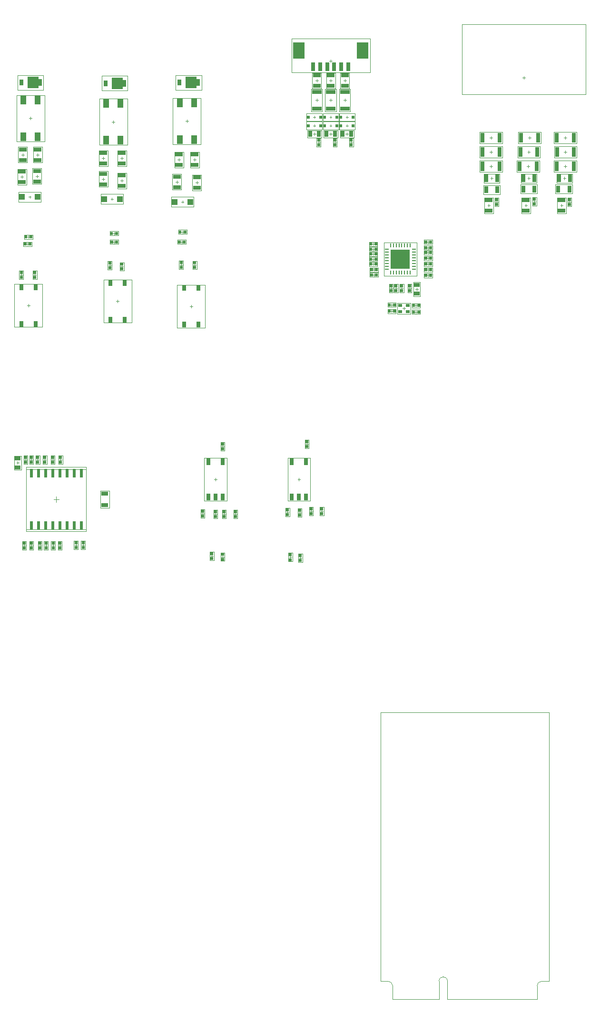
<source format=gtp>
G04*
G04 #@! TF.GenerationSoftware,Altium Limited,Altium Designer,24.7.2 (38)*
G04*
G04 Layer_Color=8421504*
%FSLAX25Y25*%
%MOIN*%
G70*
G04*
G04 #@! TF.SameCoordinates,E69E1CB2-A86E-4577-BA8A-D7129F9CB9E7*
G04*
G04*
G04 #@! TF.FilePolarity,Positive*
G04*
G01*
G75*
%ADD11C,0.00394*%
%ADD12C,0.00197*%
%ADD14C,0.00039*%
%ADD15C,0.00079*%
%ADD16R,0.05512X0.02756*%
%ADD17R,0.07087X0.03150*%
%ADD18R,0.01968X0.01968*%
%ADD19R,0.02756X0.03937*%
%ADD20R,0.02047X0.01850*%
%ADD21R,0.02756X0.05512*%
%ADD22R,0.02953X0.04724*%
%ADD23R,0.03150X0.07087*%
%ADD24R,0.01850X0.02047*%
%ADD25R,0.01968X0.02362*%
%ADD26R,0.03150X0.03937*%
%ADD27R,0.03937X0.05906*%
%ADD28R,0.03937X0.03937*%
%ADD29R,0.03000X0.03937*%
%ADD30R,0.03937X0.02756*%
%ADD31R,0.02362X0.06299*%
%ADD32R,0.04724X0.02953*%
%ADD33R,0.02756X0.00984*%
%ADD34R,0.00984X0.02756*%
%ADD35R,0.13583X0.13583*%
%ADD36R,0.02756X0.02362*%
%ADD37R,0.02362X0.01968*%
%ADD38R,0.03150X0.04724*%
%ADD39R,0.07874X0.11811*%
%ADD40R,0.02953X0.05906*%
G36*
X-291265Y632496D02*
X-283588D01*
Y630862D01*
X-281088D01*
Y630272D01*
Y626138D01*
X-283588D01*
Y624504D01*
X-291265D01*
Y632496D01*
D02*
G37*
G36*
X-232265Y631996D02*
X-224588D01*
Y630362D01*
X-222088D01*
Y629772D01*
Y625638D01*
X-224588D01*
Y624004D01*
X-232265D01*
Y631996D01*
D02*
G37*
G36*
X-180515Y632496D02*
X-172838D01*
Y630862D01*
X-170338D01*
Y630272D01*
Y626138D01*
X-172838D01*
Y624504D01*
X-180515D01*
Y632496D01*
D02*
G37*
D11*
X-292000Y359500D02*
X-250000D01*
Y314500D02*
Y359500D01*
X-292000Y314500D02*
X-250000D01*
X-292000D02*
Y359500D01*
X68898Y-197D02*
G03*
X65748Y-3347I0J-3150D01*
G01*
X-35433D02*
G03*
X-38583Y-197I-3150J0D01*
G01*
X2953Y0D02*
G03*
X-2953Y0I-2953J0D01*
G01*
X-43898Y187795D02*
X74213D01*
X-35433Y-12795D02*
Y-3347D01*
X74213Y-197D02*
Y187795D01*
X-2953Y-12795D02*
Y0D01*
X65748Y-12795D02*
Y-3347D01*
X2953Y-12795D02*
Y0D01*
X-35433Y-12795D02*
X-2953D01*
X2953D02*
X65748D01*
X68898Y-197D02*
X74213D01*
X-43898D02*
X-38583D01*
X-43898D02*
Y187795D01*
D12*
X28095Y550350D02*
X39906D01*
Y556650D01*
X28095Y550350D02*
Y556650D01*
X39906D01*
X54094Y550850D02*
X65905D01*
Y557150D01*
X54094Y550850D02*
Y557150D01*
X65905D01*
X78594Y550850D02*
X90405D01*
Y557150D01*
X78594Y550850D02*
Y557150D01*
X90405D01*
X-292000Y316000D02*
Y358000D01*
Y316000D02*
X-250000D01*
Y358000D01*
X-292000D02*
X-250000D01*
X-271000Y335032D02*
Y338968D01*
X-272969Y337000D02*
X-269032D01*
X-240150Y331095D02*
Y342905D01*
Y331095D02*
X-233850D01*
X-240150Y342905D02*
X-233850D01*
Y331095D02*
Y342905D01*
X-41600Y493400D02*
Y516600D01*
X-18400Y493400D02*
Y516600D01*
X-41600D02*
X-18400D01*
X-41600Y493400D02*
X-18400D01*
X39906Y550350D02*
Y556650D01*
X28095D02*
X39906D01*
X28095Y550350D02*
Y556650D01*
Y550350D02*
X39906D01*
X65905Y550850D02*
Y557150D01*
X54094D02*
X65905D01*
X54094Y550850D02*
Y557150D01*
Y550850D02*
X65905D01*
X90405D02*
Y557150D01*
X78594D02*
X90405D01*
X78594Y550850D02*
Y557150D01*
Y550850D02*
X90405D01*
X-240150Y331095D02*
X-233850D01*
Y342905D01*
X-240150D02*
X-233850D01*
X-240150Y331095D02*
Y342905D01*
X-18400Y493400D02*
Y516600D01*
X-41600Y493400D02*
X-18400D01*
X-41600D02*
Y516600D01*
X-18400D01*
X-31181Y505000D02*
X-28819D01*
X-30000Y503819D02*
Y506181D01*
D14*
X-91791Y624409D02*
X-85492D01*
Y635433D01*
X-91791Y624409D02*
Y635433D01*
X-85492D01*
X-72106Y624409D02*
X-65807D01*
Y635433D01*
X-72106Y624409D02*
Y635433D01*
X-65807D01*
X-92579Y608268D02*
Y624016D01*
Y608268D02*
X-84705D01*
X-92579Y624016D02*
X-84705D01*
Y608268D02*
Y624016D01*
X-72894Y608268D02*
Y624016D01*
Y608268D02*
X-65020D01*
X-72894Y624016D02*
X-65020D01*
Y608268D02*
Y624016D01*
X-82736Y608268D02*
Y624016D01*
Y608268D02*
X-74862D01*
X-82736Y624016D02*
X-74862D01*
Y608268D02*
Y624016D01*
X-81949Y624409D02*
X-75650D01*
Y635433D01*
X-81949Y624409D02*
Y635433D01*
X-75650D01*
X-84311Y607087D02*
X-84311Y601575D01*
X-84311Y607087D02*
X-73287Y607087D01*
X-84311Y601575D02*
X-73287Y601575D01*
Y607087D02*
X-73287Y601575D01*
X-73287Y601181D02*
X-73287Y595669D01*
X-84311D02*
X-73287Y595669D01*
X-84311Y601181D02*
X-73287Y601181D01*
X-84311Y601181D02*
X-84311Y595669D01*
X-73878Y590059D02*
Y594980D01*
X-83720D02*
X-73878D01*
X-83720Y590059D02*
X-73878D01*
X-83720D02*
Y594980D01*
X-77323Y583661D02*
X-74370D01*
Y589567D01*
X-77323Y583661D02*
Y589567D01*
X-74370D01*
X28488Y558350D02*
Y564650D01*
Y558350D02*
X39512D01*
X28488Y564650D02*
X39512D01*
Y558350D02*
Y564650D01*
X28850Y536988D02*
X35150D01*
Y548012D01*
X28850Y536988D02*
Y548012D01*
X35150D01*
X25626Y566063D02*
X41374D01*
Y573937D01*
X25626Y566063D02*
Y573937D01*
X41374D01*
X25626Y583937D02*
X41374D01*
X25626Y576063D02*
Y583937D01*
X41374Y576063D02*
Y583937D01*
X25626Y576063D02*
X41374D01*
X25626Y586063D02*
X41374D01*
Y593937D01*
X25626Y586063D02*
Y593937D01*
X41374D01*
X54850Y536988D02*
X61150D01*
Y548012D01*
X54850Y536988D02*
Y548012D01*
X61150D01*
X51626Y566063D02*
X67374D01*
Y573937D01*
X51626Y566063D02*
Y573937D01*
X67374D01*
X52126Y583937D02*
X67874D01*
X52126Y576063D02*
Y583937D01*
X67874Y576063D02*
Y583937D01*
X52126Y576063D02*
X67874D01*
X52626Y586063D02*
X68374D01*
Y593937D01*
X52626Y586063D02*
Y593937D01*
X68374D01*
X79850Y536988D02*
X86150D01*
Y548012D01*
X79850Y536988D02*
Y548012D01*
X86150D01*
X77626Y566063D02*
X93374D01*
Y573937D01*
X77626Y566063D02*
Y573937D01*
X93374D01*
X77720Y583937D02*
X93468D01*
X77720Y576063D02*
Y583937D01*
X93468Y576063D02*
Y583937D01*
X77720Y576063D02*
X93468D01*
X77626Y586063D02*
X93374D01*
Y593937D01*
X77626Y586063D02*
Y593937D01*
X93374D01*
X54488Y558350D02*
Y564650D01*
Y558350D02*
X65512D01*
X54488Y564650D02*
X65512D01*
Y558350D02*
Y564650D01*
X79488Y558350D02*
Y564650D01*
Y558350D02*
X90512D01*
X79488Y564650D02*
X90512D01*
Y558350D02*
Y564650D01*
X-180147Y515524D02*
Y518476D01*
X-186053D02*
X-180147D01*
X-186053Y515524D02*
X-180147D01*
X-186053D02*
Y518476D01*
X-175576Y497854D02*
X-172624D01*
Y503760D01*
X-175576Y497854D02*
Y503760D01*
X-172624D01*
X-185553Y525476D02*
X-179647D01*
X-185553Y522524D02*
X-179647D01*
Y525476D01*
X-185553Y522524D02*
Y525476D01*
X-186442Y457039D02*
X-166758D01*
X-186442Y486961D02*
X-166758D01*
X-186442Y457039D02*
Y486961D01*
X-166758Y457039D02*
Y486961D01*
X-189750Y553488D02*
X-183450D01*
Y564512D01*
X-189750Y553488D02*
Y564512D01*
X-183450D01*
X-188250Y568988D02*
X-181950D01*
Y580012D01*
X-188250Y568988D02*
Y580012D01*
X-181950D01*
X-189443Y585358D02*
X-169757D01*
X-189443Y617642D02*
X-169757D01*
X-189443Y585358D02*
Y617642D01*
X-169757Y585358D02*
Y617642D01*
X-190474Y548543D02*
X-174726Y548543D01*
X-190474Y548543D02*
X-190474Y541457D01*
X-174726Y548543D02*
X-174726Y541457D01*
X-190474Y541457D02*
X-174726Y541457D01*
X-187405Y623382D02*
Y633618D01*
X-169295Y623382D02*
Y633618D01*
X-187405Y623382D02*
X-169295D01*
X-187405Y633618D02*
X-169295D01*
X-175750Y552988D02*
X-169450D01*
Y564012D01*
X-175750Y552988D02*
Y564012D01*
X-169450D01*
X-177250Y568988D02*
X-170950D01*
Y580012D01*
X-177250Y568988D02*
Y580012D01*
X-170950D01*
X-227647Y515524D02*
Y518476D01*
X-233553D02*
X-227647D01*
X-233553Y515524D02*
X-227647D01*
X-233553D02*
Y518476D01*
X-226576Y496854D02*
X-223624D01*
Y502760D01*
X-226576Y496854D02*
Y502760D01*
X-223624D01*
X-233553Y524476D02*
X-227647D01*
X-233553Y521524D02*
X-227647D01*
Y524476D01*
X-233553Y521524D02*
Y524476D01*
X-237943Y460539D02*
X-218257D01*
X-237943Y490461D02*
X-218257D01*
X-237943Y460539D02*
Y490461D01*
X-218257Y460539D02*
Y490461D01*
X-241250Y555488D02*
X-234950D01*
Y566512D01*
X-241250Y555488D02*
Y566512D01*
X-234950D01*
X-241250Y569988D02*
X-234950D01*
Y581012D01*
X-241250Y569988D02*
Y581012D01*
X-234950D01*
X-240943Y584858D02*
X-221257D01*
X-240943Y617142D02*
X-221257D01*
X-240943Y584858D02*
Y617142D01*
X-221257Y584858D02*
Y617142D01*
X-239974Y550543D02*
X-224226Y550543D01*
X-239974Y550543D02*
X-239974Y543457D01*
X-224226Y550543D02*
X-224226Y543457D01*
X-239974Y543457D02*
X-224226Y543457D01*
X-239155Y622882D02*
Y633118D01*
X-221045Y622882D02*
Y633118D01*
X-239155Y622882D02*
X-221045D01*
X-239155Y633118D02*
X-221045D01*
X-228250Y554307D02*
X-221950D01*
Y565331D01*
X-228250Y554307D02*
Y565331D01*
X-221950D01*
X-228250Y569988D02*
X-221950D01*
Y581012D01*
X-228250Y569988D02*
Y581012D01*
X-221950D01*
X-285476Y367453D02*
X-282524D01*
X-285476Y361547D02*
Y367453D01*
X-282524Y361547D02*
Y367453D01*
X-285476Y361547D02*
X-282524D01*
X-269476Y367453D02*
X-266524D01*
X-269476Y361547D02*
Y367453D01*
X-266524Y361547D02*
Y367453D01*
X-269476Y361547D02*
X-266524D01*
X-269976Y301547D02*
X-267024D01*
Y307453D01*
X-269976Y301547D02*
Y307453D01*
X-267024D01*
X-283976Y301547D02*
X-281024D01*
Y307453D01*
X-283976Y301547D02*
Y307453D01*
X-281024D01*
X-300461Y357579D02*
X-295539D01*
Y367421D01*
X-300461Y357579D02*
Y367421D01*
X-295539D01*
X-274976Y367453D02*
X-272024D01*
X-274976Y361547D02*
Y367453D01*
X-272024Y361547D02*
Y367453D01*
X-274976Y361547D02*
X-272024D01*
X-274787Y307488D02*
X-271835D01*
X-274787Y301583D02*
Y307488D01*
X-271835Y301583D02*
Y307488D01*
X-274787Y301583D02*
X-271835D01*
X-280476Y367453D02*
X-277524D01*
X-280476Y361547D02*
Y367453D01*
X-277524Y361547D02*
Y367453D01*
X-280476Y361547D02*
X-277524D01*
X-279787Y307488D02*
X-276835D01*
X-279787Y301583D02*
Y307488D01*
X-276835Y301583D02*
Y307488D01*
X-279787Y301583D02*
X-276835D01*
X-258787Y302083D02*
X-255835D01*
Y307988D01*
X-258787Y302083D02*
Y307988D01*
X-255835D01*
X-288147Y514024D02*
Y516976D01*
X-294053D02*
X-288147D01*
X-294053Y514024D02*
X-288147D01*
X-294053D02*
Y516976D01*
X-287576Y491047D02*
X-284624D01*
Y496953D01*
X-287576Y491047D02*
Y496953D01*
X-284624D01*
X-293553Y519024D02*
X-287647D01*
X-293553Y521976D02*
X-287647D01*
X-293553Y519024D02*
Y521976D01*
X-287647Y519024D02*
Y521976D01*
X-300443Y457539D02*
X-280757D01*
X-300443Y487461D02*
X-280757D01*
X-300443Y457539D02*
Y487461D01*
X-280757Y457539D02*
Y487461D01*
X-298250Y556988D02*
X-291950D01*
Y568012D01*
X-298250Y556988D02*
Y568012D01*
X-291950D01*
X-297750Y572488D02*
X-291450D01*
Y583512D01*
X-297750Y572488D02*
Y583512D01*
X-291450D01*
X-298942Y587358D02*
X-279257D01*
X-298942Y619642D02*
X-279257D01*
X-298942Y587358D02*
Y619642D01*
X-279257Y587358D02*
Y619642D01*
X-297474Y552043D02*
X-281726Y552043D01*
X-297474Y552043D02*
X-297474Y544957D01*
X-281726Y552043D02*
X-281726Y544957D01*
X-297474Y544957D02*
X-281726Y544957D01*
X-298155Y623382D02*
Y633618D01*
X-280045Y623382D02*
Y633618D01*
X-298155Y623382D02*
X-280045D01*
X-298155Y633618D02*
X-280045D01*
X-287750Y557488D02*
X-281450D01*
Y568512D01*
X-287750Y557488D02*
Y568512D01*
X-281450D01*
X-287250Y572488D02*
X-280950D01*
Y583512D01*
X-287250Y572488D02*
Y583512D01*
X-280950D01*
X-13453Y500024D02*
Y502976D01*
Y500024D02*
X-7547D01*
X-13453Y502976D02*
X-7547D01*
Y500024D02*
Y502976D01*
X-37976Y487453D02*
X-35024D01*
X-37976Y481547D02*
Y487453D01*
X-35024Y481547D02*
Y487453D01*
X-37976Y481547D02*
X-35024D01*
X-13453Y492024D02*
Y494976D01*
Y492024D02*
X-7547D01*
X-13453Y494976D02*
X-7547D01*
Y492024D02*
Y494976D01*
X-46047Y500024D02*
Y502976D01*
X-51953D02*
X-46047D01*
X-51953Y500024D02*
X-46047D01*
X-51953D02*
Y502976D01*
X-46047Y510524D02*
Y513476D01*
X-51953D02*
X-46047D01*
X-51953Y510524D02*
X-46047D01*
X-51953D02*
Y513476D01*
Y507024D02*
Y509976D01*
Y507024D02*
X-46047D01*
X-51953Y509976D02*
X-46047D01*
Y507024D02*
Y509976D01*
X-7547Y508024D02*
Y510976D01*
X-13453D02*
X-7547D01*
X-13453Y508024D02*
X-7547D01*
X-13453D02*
Y510976D01*
X-7547Y504024D02*
Y506976D01*
X-13453D02*
X-7547D01*
X-13453Y504024D02*
X-7547D01*
X-13453D02*
Y506976D01*
X-16047Y471024D02*
Y473976D01*
X-21953D02*
X-16047D01*
X-21953Y471024D02*
X-16047D01*
X-21953D02*
Y473976D01*
X-51453Y492524D02*
Y495476D01*
Y492524D02*
X-45547D01*
X-51453Y495476D02*
X-45547D01*
Y492524D02*
Y495476D01*
X-38953Y467024D02*
Y469976D01*
Y467024D02*
X-33047D01*
X-38953Y469976D02*
X-33047D01*
Y467024D02*
Y469976D01*
X-7547Y496024D02*
Y498976D01*
X-13453D02*
X-7547D01*
X-13453Y496024D02*
X-7547D01*
X-13453D02*
Y498976D01*
X-34476Y481547D02*
X-31524D01*
Y487453D01*
X-34476Y481547D02*
Y487453D01*
X-31524D01*
X-51453Y496024D02*
Y498976D01*
Y496024D02*
X-45547D01*
X-51453Y498976D02*
X-45547D01*
Y496024D02*
Y498976D01*
X-51953Y503524D02*
Y506476D01*
Y503524D02*
X-46047D01*
X-51953Y506476D02*
X-46047D01*
Y503524D02*
Y506476D01*
X-30476Y487453D02*
X-27524D01*
X-30476Y481547D02*
Y487453D01*
X-27524Y481547D02*
Y487453D01*
X-30476Y481547D02*
X-27524D01*
X-51953Y514024D02*
Y516976D01*
Y514024D02*
X-46047D01*
X-51953Y516976D02*
X-46047D01*
Y514024D02*
Y516976D01*
X-32224Y466563D02*
X-22776D01*
X-32224Y474437D02*
X-22776D01*
X-32224Y466563D02*
Y474437D01*
X-22776Y466563D02*
Y474437D01*
X-7547Y511524D02*
Y514476D01*
X-13453D02*
X-7547D01*
X-13453Y511524D02*
X-7547D01*
X-13453D02*
Y514476D01*
X-20961Y488921D02*
X-16039D01*
X-20961Y479079D02*
Y488921D01*
X-16039Y479079D02*
Y488921D01*
X-20961Y479079D02*
X-16039D01*
X-85295Y590059D02*
Y594980D01*
X-95138D02*
X-85295D01*
X-95138Y590059D02*
X-85295D01*
X-95138D02*
Y594980D01*
X-84705Y601181D02*
X-84705Y595669D01*
X-95728D02*
X-84705Y595669D01*
X-95728Y601181D02*
X-84705Y601181D01*
X-95728Y601181D02*
X-95728Y595669D01*
Y607087D02*
X-95728Y601575D01*
X-95728Y607087D02*
X-84705Y607087D01*
X-95728Y601575D02*
X-84705Y601575D01*
Y607087D02*
X-84705Y601575D01*
X-88740Y583661D02*
X-85787D01*
Y589567D01*
X-88740Y583661D02*
Y589567D01*
X-85787D01*
X-62461Y590059D02*
Y594980D01*
X-72303D02*
X-62461D01*
X-72303Y590059D02*
X-62461D01*
X-72303D02*
Y594980D01*
X-61870Y601181D02*
X-61870Y595669D01*
X-72894D02*
X-61870Y595669D01*
X-72894Y601181D02*
X-61870Y601181D01*
X-72894Y601181D02*
X-72894Y595669D01*
Y607087D02*
X-72894Y601575D01*
X-72894Y607087D02*
X-61870Y607087D01*
X-72894Y601575D02*
X-61870Y601575D01*
Y607087D02*
X-61870Y601575D01*
X-65905Y583661D02*
X-62953D01*
Y589567D01*
X-65905Y583661D02*
Y589567D01*
X-62953D01*
X-101476Y293047D02*
X-98524D01*
Y298953D01*
X-101476Y293047D02*
Y298953D01*
X-98524D01*
X-105524Y293547D02*
Y299453D01*
X-108476Y293547D02*
Y299453D01*
Y293547D02*
X-105524D01*
X-108476Y299453D02*
X-105524D01*
X-108874Y336039D02*
X-93126D01*
Y365961D01*
X-108874D02*
X-93126D01*
X-108874Y336039D02*
Y365961D01*
X-96976Y372547D02*
X-94024D01*
Y378453D01*
X-96976Y372547D02*
Y378453D01*
X-94024D01*
X-101976Y324547D02*
X-99024D01*
Y330453D01*
X-101976Y324547D02*
Y330453D01*
X-99024D01*
X-155976Y293819D02*
X-153024D01*
Y299724D01*
X-155976Y293819D02*
Y299724D01*
X-153024D01*
X-160524Y294276D02*
Y300181D01*
X-163476Y294276D02*
Y300181D01*
Y294276D02*
X-160524D01*
X-163476Y300181D02*
X-160524D01*
X-167374Y336039D02*
X-151626D01*
Y365961D01*
X-167374D02*
X-151626D01*
X-167374Y336039D02*
Y365961D01*
X-155976Y371047D02*
X-153024D01*
Y376953D01*
X-155976Y371047D02*
Y376953D01*
X-153024D01*
X-160976Y323547D02*
X-158024D01*
Y329453D01*
X-160976Y323547D02*
Y329453D01*
X-158024D01*
X13193Y669402D02*
X99807D01*
X13193Y620189D02*
X99807D01*
X13193D02*
Y669402D01*
X99807Y620189D02*
Y669402D01*
X-106299Y659248D02*
X-51181D01*
X-106299Y635626D02*
X-51181D01*
X-106299D02*
Y659248D01*
X-51181Y635626D02*
Y659248D01*
X-91791Y624409D02*
X-85492D01*
X-91791Y635433D02*
X-85492D01*
Y624409D02*
Y635433D01*
X-91791Y624409D02*
Y635433D01*
X-88642Y628937D02*
Y630905D01*
X-89626Y629921D02*
X-87657D01*
X-72106Y624409D02*
X-65807D01*
X-72106Y635433D02*
X-65807D01*
Y624409D02*
Y635433D01*
X-72106Y624409D02*
Y635433D01*
X-68957Y628937D02*
Y630905D01*
X-69941Y629921D02*
X-67972D01*
X-84705Y608268D02*
Y624016D01*
X-92579Y608268D02*
Y624016D01*
Y608268D02*
X-84705D01*
X-92579Y624016D02*
X-84705D01*
X-89626Y616142D02*
X-87657D01*
X-88642Y615158D02*
Y617126D01*
X-65020Y608268D02*
Y624016D01*
X-72894Y608268D02*
Y624016D01*
Y608268D02*
X-65020D01*
X-72894Y624016D02*
X-65020D01*
X-69941Y616142D02*
X-67972D01*
X-68957Y615158D02*
Y617126D01*
X-74862Y608268D02*
Y624016D01*
X-82736Y608268D02*
Y624016D01*
Y608268D02*
X-74862D01*
X-82736Y624016D02*
X-74862D01*
X-79783Y616142D02*
X-77815D01*
X-78799Y615158D02*
Y617126D01*
X-81949Y624409D02*
X-75650D01*
X-81949Y635433D02*
X-75650D01*
Y624409D02*
Y635433D01*
X-81949Y624409D02*
Y635433D01*
X-78799Y628937D02*
Y630905D01*
X-79783Y629921D02*
X-77815D01*
X-84311Y607087D02*
X-73287Y607087D01*
X-84311Y601575D02*
X-73287Y601575D01*
X-84311Y607087D02*
X-84311Y601575D01*
X-73287Y607087D02*
X-73287Y601575D01*
X-79587Y604331D02*
X-78012D01*
X-78799Y603543D02*
Y605118D01*
X-84311Y595669D02*
X-73287Y595669D01*
X-84311Y601181D02*
X-73287Y601181D01*
X-73287Y601181D02*
X-73287Y595669D01*
X-84311Y601181D02*
X-84311Y595669D01*
X-79587Y598425D02*
X-78012D01*
X-78799Y597638D02*
Y599213D01*
X-83720Y594980D02*
X-73878D01*
X-83720Y590059D02*
X-73878D01*
X-79783Y592520D02*
X-77815D01*
X-78799Y591535D02*
Y593504D01*
X-73878Y590059D02*
Y594980D01*
X-83720Y590059D02*
Y594980D01*
X-77323Y583661D02*
X-74370D01*
X-77323Y589567D02*
X-74370D01*
Y583661D02*
Y589567D01*
X-77323Y583661D02*
Y589567D01*
X-75846Y585630D02*
Y587598D01*
X-76831Y586614D02*
X-74862D01*
X28488Y558350D02*
Y564650D01*
X39512Y558350D02*
Y564650D01*
X28488Y558350D02*
X39512D01*
X28488Y564650D02*
X39512D01*
X33016Y561500D02*
X34984D01*
X34000Y560516D02*
Y562484D01*
X28850Y536988D02*
X35150D01*
X28850Y548012D02*
X35150D01*
Y536988D02*
Y548012D01*
X28850Y536988D02*
Y548012D01*
X32000Y541516D02*
Y543484D01*
X31016Y542500D02*
X32984D01*
X25626Y573937D02*
X41374D01*
X25626Y566063D02*
X41374D01*
Y573937D01*
X25626Y566063D02*
Y573937D01*
X33500Y569016D02*
Y570984D01*
X32516Y570000D02*
X34484D01*
X25626Y576063D02*
X41374D01*
X25626Y583937D02*
X41374D01*
X25626Y576063D02*
Y583937D01*
X41374Y576063D02*
Y583937D01*
X33500Y579016D02*
Y580984D01*
X32516Y580000D02*
X34484D01*
X25626Y593937D02*
X41374D01*
X25626Y586063D02*
X41374D01*
Y593937D01*
X25626Y586063D02*
Y593937D01*
X33500Y589016D02*
Y590984D01*
X32516Y590000D02*
X34484D01*
X54850Y536988D02*
X61150D01*
X54850Y548012D02*
X61150D01*
Y536988D02*
Y548012D01*
X54850Y536988D02*
Y548012D01*
X58000Y541516D02*
Y543484D01*
X57016Y542500D02*
X58984D01*
X51626Y573937D02*
X67374D01*
X51626Y566063D02*
X67374D01*
Y573937D01*
X51626Y566063D02*
Y573937D01*
X59500Y569016D02*
Y570984D01*
X58516Y570000D02*
X60484D01*
X52126Y576063D02*
X67874D01*
X52126Y583937D02*
X67874D01*
X52126Y576063D02*
Y583937D01*
X67874Y576063D02*
Y583937D01*
X60000Y579016D02*
Y580984D01*
X59016Y580000D02*
X60984D01*
X52626Y593937D02*
X68374D01*
X52626Y586063D02*
X68374D01*
Y593937D01*
X52626Y586063D02*
Y593937D01*
X60500Y589016D02*
Y590984D01*
X59516Y590000D02*
X61484D01*
X79850Y536988D02*
X86150D01*
X79850Y548012D02*
X86150D01*
Y536988D02*
Y548012D01*
X79850Y536988D02*
Y548012D01*
X83000Y541516D02*
Y543484D01*
X82016Y542500D02*
X83984D01*
X77626Y573937D02*
X93374D01*
X77626Y566063D02*
X93374D01*
Y573937D01*
X77626Y566063D02*
Y573937D01*
X85500Y569016D02*
Y570984D01*
X84516Y570000D02*
X86484D01*
X77720Y576063D02*
X93468D01*
X77720Y583937D02*
X93468D01*
X77720Y576063D02*
Y583937D01*
X93468Y576063D02*
Y583937D01*
X85594Y579016D02*
Y580984D01*
X84610Y580000D02*
X86579D01*
X77626Y593937D02*
X93374D01*
X77626Y586063D02*
X93374D01*
Y593937D01*
X77626Y586063D02*
Y593937D01*
X85500Y589016D02*
Y590984D01*
X84516Y590000D02*
X86484D01*
X54488Y558350D02*
Y564650D01*
X65512Y558350D02*
Y564650D01*
X54488Y558350D02*
X65512D01*
X54488Y564650D02*
X65512D01*
X59016Y561500D02*
X60984D01*
X60000Y560516D02*
Y562484D01*
X79488Y558350D02*
Y564650D01*
X90512Y558350D02*
Y564650D01*
X79488Y558350D02*
X90512D01*
X79488Y564650D02*
X90512D01*
X84016Y561500D02*
X85984D01*
X85000Y560516D02*
Y562484D01*
X-180147Y515524D02*
Y518476D01*
X-186053Y515524D02*
Y518476D01*
X-180147D01*
X-186053Y515524D02*
X-180147D01*
X-184084Y517000D02*
X-182116D01*
X-183100Y516016D02*
Y517984D01*
X-175576Y497854D02*
X-172624D01*
X-175576Y503760D02*
X-172624D01*
Y497854D02*
Y503760D01*
X-175576Y497854D02*
Y503760D01*
X-174100Y499823D02*
Y501791D01*
X-175084Y500807D02*
X-173116D01*
X-183584Y524000D02*
X-181616D01*
X-182600Y523016D02*
Y524984D01*
X-179647Y522524D02*
Y525476D01*
X-185553Y522524D02*
Y525476D01*
X-179647D01*
X-185553Y522524D02*
X-179647D01*
X-177584Y472000D02*
X-175616D01*
X-176600Y471016D02*
Y472984D01*
X-186442Y457039D02*
Y486961D01*
X-166758D01*
X-186442Y457039D02*
X-166758D01*
Y486961D01*
X-189750Y553488D02*
X-183450D01*
X-189750Y564512D02*
X-183450D01*
Y553488D02*
Y564512D01*
X-189750Y553488D02*
Y564512D01*
X-186600Y558016D02*
Y559984D01*
X-187584Y559000D02*
X-185616D01*
X-188250Y568988D02*
X-181950D01*
X-188250Y580012D02*
X-181950D01*
Y568988D02*
Y580012D01*
X-188250Y568988D02*
Y580012D01*
X-185100Y573516D02*
Y575484D01*
X-186084Y574500D02*
X-184116D01*
X-189443Y617642D02*
X-169757D01*
X-189443Y585358D02*
Y617642D01*
Y585358D02*
X-169757D01*
X-180584Y601500D02*
X-178616D01*
X-179600Y600516D02*
Y602484D01*
X-169757Y585358D02*
Y617642D01*
X-190474Y541457D02*
X-174726Y541457D01*
X-190474Y548543D02*
X-174726Y548543D01*
X-174726Y541457D01*
X-190474Y548543D02*
X-190474Y541457D01*
X-183387Y545000D02*
X-181813D01*
X-182600Y544213D02*
Y545787D01*
X-187405Y633618D02*
X-169295D01*
X-187405Y623382D02*
X-169295D01*
X-187405D02*
Y633618D01*
X-169295Y623382D02*
Y633618D01*
X-178350Y627516D02*
Y629484D01*
X-179334Y628500D02*
X-177366D01*
X-175750Y552988D02*
X-169450D01*
X-175750Y564012D02*
X-169450D01*
Y552988D02*
Y564012D01*
X-175750Y552988D02*
Y564012D01*
X-172600Y557516D02*
Y559484D01*
X-173584Y558500D02*
X-171616D01*
X-177250Y568988D02*
X-170950D01*
X-177250Y580012D02*
X-170950D01*
Y568988D02*
Y580012D01*
X-177250Y568988D02*
Y580012D01*
X-174100Y573516D02*
Y575484D01*
X-175084Y574500D02*
X-173116D01*
X-227647Y515524D02*
Y518476D01*
X-233553Y515524D02*
Y518476D01*
X-227647D01*
X-233553Y515524D02*
X-227647D01*
X-231584Y517000D02*
X-229616D01*
X-230600Y516016D02*
Y517984D01*
X-226576Y496854D02*
X-223624D01*
X-226576Y502760D02*
X-223624D01*
Y496854D02*
Y502760D01*
X-226576Y496854D02*
Y502760D01*
X-225100Y498823D02*
Y500791D01*
X-226084Y499807D02*
X-224116D01*
X-231584Y523000D02*
X-229616D01*
X-230600Y522016D02*
Y523984D01*
X-227647Y521524D02*
Y524476D01*
X-233553Y521524D02*
Y524476D01*
X-227647D01*
X-233553Y521524D02*
X-227647D01*
X-229084Y475500D02*
X-227116D01*
X-228100Y474516D02*
Y476484D01*
X-237943Y460539D02*
Y490461D01*
X-218257D01*
X-237943Y460539D02*
X-218257D01*
Y490461D01*
X-241250Y555488D02*
X-234950D01*
X-241250Y566512D02*
X-234950D01*
Y555488D02*
Y566512D01*
X-241250Y555488D02*
Y566512D01*
X-238100Y560016D02*
Y561984D01*
X-239084Y561000D02*
X-237116D01*
X-241250Y569988D02*
X-234950D01*
X-241250Y581012D02*
X-234950D01*
Y569988D02*
Y581012D01*
X-241250Y569988D02*
Y581012D01*
X-238100Y574516D02*
Y576484D01*
X-239084Y575500D02*
X-237116D01*
X-240943Y617142D02*
X-221257D01*
X-240943Y584858D02*
Y617142D01*
Y584858D02*
X-221257D01*
X-232084Y601000D02*
X-230116D01*
X-231100Y600016D02*
Y601984D01*
X-221257Y584858D02*
Y617142D01*
X-239974Y543457D02*
X-224226Y543457D01*
X-239974Y550543D02*
X-224226Y550543D01*
X-224226Y543457D01*
X-239974Y550543D02*
X-239974Y543457D01*
X-232887Y547000D02*
X-231313D01*
X-232100Y546213D02*
Y547787D01*
X-239155Y633118D02*
X-221045D01*
X-239155Y622882D02*
X-221045D01*
X-239155D02*
Y633118D01*
X-221045Y622882D02*
Y633118D01*
X-230100Y627016D02*
Y628984D01*
X-231084Y628000D02*
X-229116D01*
X-228250Y554307D02*
X-221950D01*
X-228250Y565331D02*
X-221950D01*
Y554307D02*
Y565331D01*
X-228250Y554307D02*
Y565331D01*
X-225100Y558835D02*
Y560803D01*
X-226084Y559819D02*
X-224116D01*
X-228250Y569988D02*
X-221950D01*
X-228250Y581012D02*
X-221950D01*
Y569988D02*
Y581012D01*
X-228250Y569988D02*
Y581012D01*
X-225100Y574516D02*
Y576484D01*
X-226084Y575500D02*
X-224116D01*
X-285476Y367453D02*
X-282524D01*
X-285476Y361547D02*
X-282524D01*
X-285476D02*
Y367453D01*
X-282524Y361547D02*
Y367453D01*
X-284000Y363516D02*
Y365484D01*
X-284984Y364500D02*
X-283016D01*
X-269476Y367453D02*
X-266524D01*
X-269476Y361547D02*
X-266524D01*
X-269476D02*
Y367453D01*
X-266524Y361547D02*
Y367453D01*
X-268000Y363516D02*
Y365484D01*
X-268984Y364500D02*
X-267016D01*
X-269976Y301547D02*
X-267024D01*
X-269976Y307453D02*
X-267024D01*
Y301547D02*
Y307453D01*
X-269976Y301547D02*
Y307453D01*
X-268500Y303516D02*
Y305484D01*
X-269484Y304500D02*
X-267516D01*
X-283976Y301547D02*
X-281024D01*
X-283976Y307453D02*
X-281024D01*
Y301547D02*
Y307453D01*
X-283976Y301547D02*
Y307453D01*
X-282500Y303516D02*
Y305484D01*
X-283484Y304500D02*
X-281516D01*
X-295539Y357579D02*
Y367421D01*
X-300461Y357579D02*
Y367421D01*
X-298000Y361516D02*
Y363484D01*
X-298984Y362500D02*
X-297016D01*
X-300461Y357579D02*
X-295539D01*
X-300461Y367421D02*
X-295539D01*
X-274976Y367453D02*
X-272024D01*
X-274976Y361547D02*
X-272024D01*
X-274976D02*
Y367453D01*
X-272024Y361547D02*
Y367453D01*
X-273500Y363516D02*
Y365484D01*
X-274484Y364500D02*
X-272516D01*
X-274787Y307488D02*
X-271835D01*
X-274787Y301583D02*
X-271835D01*
X-274787D02*
Y307488D01*
X-271835Y301583D02*
Y307488D01*
X-273311Y303551D02*
Y305520D01*
X-274295Y304535D02*
X-272327D01*
X-280476Y367453D02*
X-277524D01*
X-280476Y361547D02*
X-277524D01*
X-280476D02*
Y367453D01*
X-277524Y361547D02*
Y367453D01*
X-279000Y363516D02*
Y365484D01*
X-279984Y364500D02*
X-278016D01*
X-279787Y307488D02*
X-276835D01*
X-279787Y301583D02*
X-276835D01*
X-279787D02*
Y307488D01*
X-276835Y301583D02*
Y307488D01*
X-278311Y303551D02*
Y305520D01*
X-279295Y304535D02*
X-277327D01*
X-258787Y302083D02*
X-255835D01*
X-258787Y307988D02*
X-255835D01*
Y302083D02*
Y307988D01*
X-258787Y302083D02*
Y307988D01*
X-257311Y304051D02*
Y306020D01*
X-258295Y305035D02*
X-256327D01*
X-288147Y514024D02*
Y516976D01*
X-294053Y514024D02*
Y516976D01*
X-288147D01*
X-294053Y514024D02*
X-288147D01*
X-292084Y515500D02*
X-290116D01*
X-291100Y514516D02*
Y516484D01*
X-287576Y491047D02*
X-284624D01*
X-287576Y496953D02*
X-284624D01*
Y491047D02*
Y496953D01*
X-287576Y491047D02*
Y496953D01*
X-286100Y493016D02*
Y494984D01*
X-287084Y494000D02*
X-285116D01*
X-291584Y520500D02*
X-289616D01*
X-290600Y519516D02*
Y521484D01*
X-293553Y519024D02*
Y521976D01*
X-287647Y519024D02*
Y521976D01*
X-293553Y519024D02*
X-287647D01*
X-293553Y521976D02*
X-287647D01*
X-291584Y472500D02*
X-289616D01*
X-290600Y471516D02*
Y473484D01*
X-300443Y457539D02*
Y487461D01*
X-280757D01*
X-300443Y457539D02*
X-280757D01*
Y487461D01*
X-298250Y556988D02*
X-291950D01*
X-298250Y568012D02*
X-291950D01*
Y556988D02*
Y568012D01*
X-298250Y556988D02*
Y568012D01*
X-295100Y561516D02*
Y563484D01*
X-296084Y562500D02*
X-294116D01*
X-297750Y572488D02*
X-291450D01*
X-297750Y583512D02*
X-291450D01*
Y572488D02*
Y583512D01*
X-297750Y572488D02*
Y583512D01*
X-294600Y577016D02*
Y578984D01*
X-295584Y578000D02*
X-293616D01*
X-298942Y619642D02*
X-279257D01*
X-298942Y587358D02*
Y619642D01*
Y587358D02*
X-279257D01*
X-290084Y603500D02*
X-288116D01*
X-289100Y602516D02*
Y604484D01*
X-279257Y587358D02*
Y619642D01*
X-297474Y544957D02*
X-281726Y544957D01*
X-297474Y552043D02*
X-281726Y552043D01*
X-281726Y544957D01*
X-297474Y552043D02*
X-297474Y544957D01*
X-290387Y548500D02*
X-288813D01*
X-289600Y547713D02*
Y549287D01*
X-298155Y633618D02*
X-280045D01*
X-298155Y623382D02*
X-280045D01*
X-298155D02*
Y633618D01*
X-280045Y623382D02*
Y633618D01*
X-289100Y627516D02*
Y629484D01*
X-290084Y628500D02*
X-288116D01*
X-287750Y557488D02*
X-281450D01*
X-287750Y568512D02*
X-281450D01*
Y557488D02*
Y568512D01*
X-287750Y557488D02*
Y568512D01*
X-284600Y562016D02*
Y563984D01*
X-285584Y563000D02*
X-283616D01*
X-287250Y572488D02*
X-280950D01*
X-287250Y583512D02*
X-280950D01*
Y572488D02*
Y583512D01*
X-287250Y572488D02*
Y583512D01*
X-284100Y577016D02*
Y578984D01*
X-285084Y578000D02*
X-283116D01*
X-13453Y500024D02*
Y502976D01*
X-7547Y500024D02*
Y502976D01*
X-13453Y500024D02*
X-7547D01*
X-13453Y502976D02*
X-7547D01*
X-11484Y501500D02*
X-9516D01*
X-10500Y500516D02*
Y502484D01*
X-37976Y487453D02*
X-35024D01*
X-37976Y481547D02*
X-35024D01*
X-37976D02*
Y487453D01*
X-35024Y481547D02*
Y487453D01*
X-36500Y483516D02*
Y485484D01*
X-37484Y484500D02*
X-35516D01*
X-13453Y492024D02*
Y494976D01*
X-7547Y492024D02*
Y494976D01*
X-13453Y492024D02*
X-7547D01*
X-13453Y494976D02*
X-7547D01*
X-11484Y493500D02*
X-9516D01*
X-10500Y492516D02*
Y494484D01*
X-46047Y500024D02*
Y502976D01*
X-51953Y500024D02*
Y502976D01*
X-46047D01*
X-51953Y500024D02*
X-46047D01*
X-49984Y501500D02*
X-48016D01*
X-49000Y500516D02*
Y502484D01*
X-46047Y510524D02*
Y513476D01*
X-51953Y510524D02*
Y513476D01*
X-46047D01*
X-51953Y510524D02*
X-46047D01*
X-49984Y512000D02*
X-48016D01*
X-49000Y511016D02*
Y512984D01*
X-51953Y507024D02*
Y509976D01*
X-46047Y507024D02*
Y509976D01*
X-51953Y507024D02*
X-46047D01*
X-51953Y509976D02*
X-46047D01*
X-49984Y508500D02*
X-48016D01*
X-49000Y507516D02*
Y509484D01*
X-7547Y508024D02*
Y510976D01*
X-13453Y508024D02*
Y510976D01*
X-7547D01*
X-13453Y508024D02*
X-7547D01*
X-11484Y509500D02*
X-9516D01*
X-10500Y508516D02*
Y510484D01*
X-7547Y504024D02*
Y506976D01*
X-13453Y504024D02*
Y506976D01*
X-7547D01*
X-13453Y504024D02*
X-7547D01*
X-11484Y505500D02*
X-9516D01*
X-10500Y504516D02*
Y506484D01*
X-16047Y471024D02*
Y473976D01*
X-21953Y471024D02*
Y473976D01*
X-16047D01*
X-21953Y471024D02*
X-16047D01*
X-19984Y472500D02*
X-18016D01*
X-19000Y471516D02*
Y473484D01*
X-51453Y492524D02*
Y495476D01*
X-45547Y492524D02*
Y495476D01*
X-51453Y492524D02*
X-45547D01*
X-51453Y495476D02*
X-45547D01*
X-49484Y494000D02*
X-47516D01*
X-48500Y493016D02*
Y494984D01*
X-38953Y467024D02*
Y469976D01*
X-33047Y467024D02*
Y469976D01*
X-38953Y467024D02*
X-33047D01*
X-38953Y469976D02*
X-33047D01*
X-36984Y468500D02*
X-35016D01*
X-36000Y467516D02*
Y469484D01*
X-7547Y496024D02*
Y498976D01*
X-13453Y496024D02*
Y498976D01*
X-7547D01*
X-13453Y496024D02*
X-7547D01*
X-11484Y497500D02*
X-9516D01*
X-10500Y496516D02*
Y498484D01*
X-34476Y481547D02*
X-31524D01*
X-34476Y487453D02*
X-31524D01*
Y481547D02*
Y487453D01*
X-34476Y481547D02*
Y487453D01*
X-33000Y483516D02*
Y485484D01*
X-33984Y484500D02*
X-32016D01*
X-51453Y496024D02*
Y498976D01*
X-45547Y496024D02*
Y498976D01*
X-51453Y496024D02*
X-45547D01*
X-51453Y498976D02*
X-45547D01*
X-49484Y497500D02*
X-47516D01*
X-48500Y496516D02*
Y498484D01*
X-51953Y503524D02*
Y506476D01*
X-46047Y503524D02*
Y506476D01*
X-51953Y503524D02*
X-46047D01*
X-51953Y506476D02*
X-46047D01*
X-49984Y505000D02*
X-48016D01*
X-49000Y504016D02*
Y505984D01*
X-30476Y487453D02*
X-27524D01*
X-30476Y481547D02*
X-27524D01*
X-30476D02*
Y487453D01*
X-27524Y481547D02*
Y487453D01*
X-29000Y483516D02*
Y485484D01*
X-29984Y484500D02*
X-28016D01*
X-51953Y514024D02*
Y516976D01*
X-46047Y514024D02*
Y516976D01*
X-51953Y514024D02*
X-46047D01*
X-51953Y516976D02*
X-46047D01*
X-49984Y515500D02*
X-48016D01*
X-49000Y514516D02*
Y516484D01*
X-28484Y470500D02*
X-26516D01*
X-27500Y469516D02*
Y471484D01*
X-32224Y474437D02*
X-22776D01*
X-32224Y466563D02*
X-22776D01*
Y474437D01*
X-32224Y466563D02*
Y474437D01*
X-7547Y511524D02*
Y514476D01*
X-13453Y511524D02*
Y514476D01*
X-7547D01*
X-13453Y511524D02*
X-7547D01*
X-11484Y513000D02*
X-9516D01*
X-10500Y512016D02*
Y513984D01*
X-20961Y479079D02*
Y488921D01*
X-16039Y479079D02*
Y488921D01*
X-18500Y483016D02*
Y484984D01*
X-19484Y484000D02*
X-17516D01*
X-20961Y488921D02*
X-16039D01*
X-20961Y479079D02*
X-16039D01*
X-95138Y594980D02*
X-85295D01*
X-95138Y590059D02*
X-85295D01*
X-91201Y592520D02*
X-89232D01*
X-90216Y591535D02*
Y593504D01*
X-85295Y590059D02*
Y594980D01*
X-95138Y590059D02*
Y594980D01*
X-95728Y595669D02*
X-84705Y595669D01*
X-95728Y601181D02*
X-84705Y601181D01*
X-84705Y601181D02*
X-84705Y595669D01*
X-95728Y601181D02*
X-95728Y595669D01*
X-91004Y598425D02*
X-89429D01*
X-90216Y597638D02*
Y599213D01*
X-95728Y607087D02*
X-84705Y607087D01*
X-95728Y601575D02*
X-84705Y601575D01*
X-95728Y607087D02*
X-95728Y601575D01*
X-84705Y607087D02*
X-84705Y601575D01*
X-91004Y604331D02*
X-89429D01*
X-90216Y603543D02*
Y605118D01*
X-88740Y583661D02*
X-85787D01*
X-88740Y589567D02*
X-85787D01*
Y583661D02*
Y589567D01*
X-88740Y583661D02*
Y589567D01*
X-87264Y585630D02*
Y587598D01*
X-88248Y586614D02*
X-86279D01*
X-72303Y594980D02*
X-62461D01*
X-72303Y590059D02*
X-62461D01*
X-68366Y592520D02*
X-66398D01*
X-67382Y591535D02*
Y593504D01*
X-62461Y590059D02*
Y594980D01*
X-72303Y590059D02*
Y594980D01*
X-72894Y595669D02*
X-61870Y595669D01*
X-72894Y601181D02*
X-61870Y601181D01*
X-61870Y601181D02*
X-61870Y595669D01*
X-72894Y601181D02*
X-72894Y595669D01*
X-68169Y598425D02*
X-66594D01*
X-67382Y597638D02*
Y599213D01*
X-72894Y607087D02*
X-61870Y607087D01*
X-72894Y601575D02*
X-61870Y601575D01*
X-72894Y607087D02*
X-72894Y601575D01*
X-61870Y607087D02*
X-61870Y601575D01*
X-68169Y604331D02*
X-66594D01*
X-67382Y603543D02*
Y605118D01*
X-65905Y583661D02*
X-62953D01*
X-65905Y589567D02*
X-62953D01*
Y583661D02*
Y589567D01*
X-65905Y583661D02*
Y589567D01*
X-64429Y585630D02*
Y587598D01*
X-65413Y586614D02*
X-63445D01*
X-101476Y293047D02*
X-98524D01*
X-101476Y298953D02*
X-98524D01*
Y293047D02*
Y298953D01*
X-101476Y293047D02*
Y298953D01*
X-100000Y295016D02*
Y296984D01*
X-100984Y296000D02*
X-99016D01*
X-107000Y295516D02*
Y297484D01*
X-107984Y296500D02*
X-106016D01*
X-108476Y293547D02*
X-105524D01*
X-108476Y299453D02*
X-105524D01*
Y293547D02*
Y299453D01*
X-108476Y293547D02*
Y299453D01*
X-108874Y336039D02*
X-93126D01*
Y365961D01*
X-108874D02*
X-93126D01*
X-108874Y336039D02*
Y365961D01*
X-101000Y350016D02*
Y351984D01*
X-101984Y351000D02*
X-100016D01*
X-96976Y372547D02*
X-94024D01*
X-96976Y378453D02*
X-94024D01*
Y372547D02*
Y378453D01*
X-96976Y372547D02*
Y378453D01*
X-95500Y374516D02*
Y376484D01*
X-96484Y375500D02*
X-94516D01*
X-101976Y324547D02*
X-99024D01*
X-101976Y330453D02*
X-99024D01*
Y324547D02*
Y330453D01*
X-101976Y324547D02*
Y330453D01*
X-100500Y326516D02*
Y328484D01*
X-101484Y327500D02*
X-99516D01*
X-155976Y293819D02*
X-153024D01*
X-155976Y299724D02*
X-153024D01*
Y293819D02*
Y299724D01*
X-155976Y293819D02*
Y299724D01*
X-154500Y295787D02*
Y297756D01*
X-155484Y296772D02*
X-153516D01*
X-162000Y296244D02*
Y298213D01*
X-162984Y297228D02*
X-161016D01*
X-163476Y294276D02*
X-160524D01*
X-163476Y300181D02*
X-160524D01*
Y294276D02*
Y300181D01*
X-163476Y294276D02*
Y300181D01*
X-167374Y336039D02*
X-151626D01*
Y365961D01*
X-167374D02*
X-151626D01*
X-167374Y336039D02*
Y365961D01*
X-159500Y350016D02*
Y351984D01*
X-160484Y351000D02*
X-158516D01*
X-155976Y371047D02*
X-153024D01*
X-155976Y376953D02*
X-153024D01*
Y371047D02*
Y376953D01*
X-155976Y371047D02*
Y376953D01*
X-154500Y373016D02*
Y374984D01*
X-155484Y374000D02*
X-153516D01*
X-160976Y323547D02*
X-158024D01*
X-160976Y329453D02*
X-158024D01*
Y323547D02*
Y329453D01*
X-160976Y323547D02*
Y329453D01*
X-159500Y325516D02*
Y327484D01*
X-160484Y326500D02*
X-158516D01*
X55516Y632000D02*
X57484D01*
X56500Y631016D02*
Y632984D01*
X99807Y620189D02*
Y669402D01*
X13193D02*
X99807D01*
X13193Y620189D02*
Y669402D01*
Y620189D02*
X99807D01*
X-79724Y643500D02*
X-77756D01*
X-78740Y642516D02*
Y644484D01*
X-51181Y635626D02*
Y659248D01*
X-106299D02*
X-51181D01*
X-106299Y635626D02*
Y659248D01*
Y635626D02*
X-51181D01*
D15*
X36024Y542047D02*
X38976D01*
X36024Y547953D02*
X38976D01*
X36024Y542047D02*
Y547953D01*
X38976Y542047D02*
Y547953D01*
X62524Y542240D02*
X65476D01*
X62524Y548146D02*
X65476D01*
X62524Y542240D02*
Y548146D01*
X65476Y542240D02*
Y548146D01*
X87024Y542047D02*
X89976D01*
X87024Y547953D02*
X89976D01*
X87024Y542047D02*
Y547953D01*
X89976Y542047D02*
Y547953D01*
X-185076Y503953D02*
X-182124D01*
X-185076Y498047D02*
X-182124D01*
Y503953D01*
X-185076Y498047D02*
Y503953D01*
X-235076Y503646D02*
X-232124D01*
X-235076Y497740D02*
X-232124D01*
Y503646D01*
X-235076Y497740D02*
Y503646D01*
X-293976Y367453D02*
X-291024D01*
X-293976Y361547D02*
X-291024D01*
Y367453D01*
X-293976Y361547D02*
Y367453D01*
X-289976D02*
X-287024D01*
X-289976Y361547D02*
X-287024D01*
Y367453D01*
X-289976Y361547D02*
Y367453D01*
Y301547D02*
X-287024D01*
X-289976Y307453D02*
X-287024D01*
X-289976Y301547D02*
Y307453D01*
X-287024Y301547D02*
Y307453D01*
X-294976Y301547D02*
X-292024D01*
X-294976Y307453D02*
X-292024D01*
X-294976Y301547D02*
Y307453D01*
X-292024Y301547D02*
Y307453D01*
X-253787Y302083D02*
X-250835D01*
X-253787Y307988D02*
X-250835D01*
X-253787Y302083D02*
Y307988D01*
X-250835Y302083D02*
Y307988D01*
X-297076Y496953D02*
X-294124D01*
X-297076Y491047D02*
X-294124D01*
Y496953D01*
X-297076Y491047D02*
Y496953D01*
X-24976Y487453D02*
X-22024D01*
X-24976Y481547D02*
X-22024D01*
Y487453D01*
X-24976Y481547D02*
Y487453D01*
X-7547Y515524D02*
Y518476D01*
X-13453Y515524D02*
Y518476D01*
Y515524D02*
X-7547D01*
X-13453Y518476D02*
X-7547D01*
X-16047Y466524D02*
Y469476D01*
X-21953Y466524D02*
Y469476D01*
Y466524D02*
X-16047D01*
X-21953Y469476D02*
X-16047D01*
X-38953Y471524D02*
Y474476D01*
X-33047Y471524D02*
Y474476D01*
X-38953D02*
X-33047D01*
X-38953Y471524D02*
X-33047D01*
X-93976Y325547D02*
X-91024D01*
X-93976Y331453D02*
X-91024D01*
X-93976Y325547D02*
Y331453D01*
X-91024Y325547D02*
Y331453D01*
X-86476Y325547D02*
X-83524D01*
X-86476Y331453D02*
X-83524D01*
X-86476Y325547D02*
Y331453D01*
X-83524Y325547D02*
Y331453D01*
X-110476Y325047D02*
X-107524D01*
X-110476Y330953D02*
X-107524D01*
X-110476Y325047D02*
Y330953D01*
X-107524Y325047D02*
Y330953D01*
X-154976Y323547D02*
X-152024D01*
X-154976Y329453D02*
X-152024D01*
X-154976Y323547D02*
Y329453D01*
X-152024Y323547D02*
Y329453D01*
X-146976Y323547D02*
X-144024D01*
X-146976Y329453D02*
X-144024D01*
X-146976Y323547D02*
Y329453D01*
X-144024Y323547D02*
Y329453D01*
X-169976Y324047D02*
X-167024D01*
X-169976Y329953D02*
X-167024D01*
X-169976Y324047D02*
Y329953D01*
X-167024Y324047D02*
Y329953D01*
X36024Y542047D02*
X38976D01*
X36024D02*
Y547953D01*
X38976Y542047D02*
Y547953D01*
X37500Y544016D02*
Y545984D01*
X36516Y545000D02*
X38484D01*
X36024Y547953D02*
X38976D01*
X62524Y542240D02*
X65476D01*
X62524D02*
Y548146D01*
X65476Y542240D02*
Y548146D01*
X64000Y544209D02*
Y546177D01*
X63016Y545193D02*
X64984D01*
X62524Y548146D02*
X65476D01*
X87024Y542047D02*
X89976D01*
X87024D02*
Y547953D01*
X89976Y542047D02*
Y547953D01*
X88500Y544016D02*
Y545984D01*
X87516Y545000D02*
X89484D01*
X87024Y547953D02*
X89976D01*
X-185076Y503953D02*
X-182124D01*
Y498047D02*
Y503953D01*
X-185076Y498047D02*
Y503953D01*
X-183600Y500016D02*
Y501984D01*
X-184584Y501000D02*
X-182616D01*
X-185076Y498047D02*
X-182124D01*
X-235076Y503646D02*
X-232124D01*
Y497740D02*
Y503646D01*
X-235076Y497740D02*
Y503646D01*
X-233600Y499709D02*
Y501677D01*
X-234584Y500693D02*
X-232616D01*
X-235076Y497740D02*
X-232124D01*
X-293976Y367453D02*
X-291024D01*
Y361547D02*
Y367453D01*
X-293976Y361547D02*
Y367453D01*
X-292500Y363516D02*
Y365484D01*
X-293484Y364500D02*
X-291516D01*
X-293976Y361547D02*
X-291024D01*
X-289976Y367453D02*
X-287024D01*
Y361547D02*
Y367453D01*
X-289976Y361547D02*
Y367453D01*
X-288500Y363516D02*
Y365484D01*
X-289484Y364500D02*
X-287516D01*
X-289976Y361547D02*
X-287024D01*
X-289976Y301547D02*
X-287024D01*
X-289976D02*
Y307453D01*
X-287024Y301547D02*
Y307453D01*
X-288500Y303516D02*
Y305484D01*
X-289484Y304500D02*
X-287516D01*
X-289976Y307453D02*
X-287024D01*
X-294976Y301547D02*
X-292024D01*
X-294976D02*
Y307453D01*
X-292024Y301547D02*
Y307453D01*
X-293500Y303516D02*
Y305484D01*
X-294484Y304500D02*
X-292516D01*
X-294976Y307453D02*
X-292024D01*
X-253787Y302083D02*
X-250835D01*
X-253787D02*
Y307988D01*
X-250835Y302083D02*
Y307988D01*
X-252311Y304051D02*
Y306020D01*
X-253295Y305035D02*
X-251327D01*
X-253787Y307988D02*
X-250835D01*
X-297076Y496953D02*
X-294124D01*
Y491047D02*
Y496953D01*
X-297076Y491047D02*
Y496953D01*
X-295600Y493016D02*
Y494984D01*
X-296584Y494000D02*
X-294616D01*
X-297076Y491047D02*
X-294124D01*
X-24976Y487453D02*
X-22024D01*
Y481547D02*
Y487453D01*
X-24976Y481547D02*
Y487453D01*
X-23500Y483516D02*
Y485484D01*
X-24484Y484500D02*
X-22516D01*
X-24976Y481547D02*
X-22024D01*
X-7547Y515524D02*
Y518476D01*
X-13453Y515524D02*
X-7547D01*
X-13453Y518476D02*
X-7547D01*
X-11484Y517000D02*
X-9516D01*
X-10500Y516016D02*
Y517984D01*
X-13453Y515524D02*
Y518476D01*
X-16047Y466524D02*
Y469476D01*
X-21953Y466524D02*
X-16047D01*
X-21953Y469476D02*
X-16047D01*
X-19984Y468000D02*
X-18016D01*
X-19000Y467016D02*
Y468984D01*
X-21953Y466524D02*
Y469476D01*
X-38953Y471524D02*
Y474476D01*
X-33047D01*
X-38953Y471524D02*
X-33047D01*
X-36984Y473000D02*
X-35016D01*
X-36000Y472016D02*
Y473984D01*
X-33047Y471524D02*
Y474476D01*
X-93976Y325547D02*
X-91024D01*
X-93976D02*
Y331453D01*
X-91024Y325547D02*
Y331453D01*
X-92500Y327516D02*
Y329484D01*
X-93484Y328500D02*
X-91516D01*
X-93976Y331453D02*
X-91024D01*
X-86476Y325547D02*
X-83524D01*
X-86476D02*
Y331453D01*
X-83524Y325547D02*
Y331453D01*
X-85000Y327516D02*
Y329484D01*
X-85984Y328500D02*
X-84016D01*
X-86476Y331453D02*
X-83524D01*
X-110476Y325047D02*
X-107524D01*
X-110476D02*
Y330953D01*
X-107524Y325047D02*
Y330953D01*
X-109000Y327016D02*
Y328984D01*
X-109984Y328000D02*
X-108016D01*
X-110476Y330953D02*
X-107524D01*
X-154976Y323547D02*
X-152024D01*
X-154976D02*
Y329453D01*
X-152024Y323547D02*
Y329453D01*
X-153500Y325516D02*
Y327484D01*
X-154484Y326500D02*
X-152516D01*
X-154976Y329453D02*
X-152024D01*
X-146976Y323547D02*
X-144024D01*
X-146976D02*
Y329453D01*
X-144024Y323547D02*
Y329453D01*
X-145500Y325516D02*
Y327484D01*
X-146484Y326500D02*
X-144516D01*
X-146976Y329453D02*
X-144024D01*
X-169976Y324047D02*
X-167024D01*
X-169976D02*
Y329953D01*
X-167024Y324047D02*
Y329953D01*
X-168500Y326016D02*
Y327984D01*
X-169484Y327000D02*
X-167516D01*
X-169976Y329953D02*
X-167024D01*
D16*
X-88642Y626240D02*
D03*
Y633602D02*
D03*
X-68957Y626240D02*
D03*
Y633602D02*
D03*
X-78799Y626240D02*
D03*
Y633602D02*
D03*
X32000Y538819D02*
D03*
Y546181D02*
D03*
X58000Y538819D02*
D03*
Y546181D02*
D03*
X83000Y538819D02*
D03*
Y546181D02*
D03*
X-186600Y555319D02*
D03*
Y562681D02*
D03*
X-185100Y570819D02*
D03*
Y578181D02*
D03*
X-172600Y554819D02*
D03*
Y562181D02*
D03*
X-174100Y570819D02*
D03*
Y578181D02*
D03*
X-238100Y557319D02*
D03*
Y564681D02*
D03*
Y571819D02*
D03*
Y579181D02*
D03*
X-225100Y556138D02*
D03*
Y563500D02*
D03*
Y571819D02*
D03*
Y579181D02*
D03*
X-295100Y558819D02*
D03*
Y566181D02*
D03*
X-294600Y574319D02*
D03*
Y581681D02*
D03*
X-284600Y559319D02*
D03*
Y566681D02*
D03*
X-284100Y574319D02*
D03*
Y581681D02*
D03*
D17*
X-88642Y622047D02*
D03*
Y610236D02*
D03*
X-68957Y622047D02*
D03*
Y610236D02*
D03*
X-78799Y622047D02*
D03*
Y610236D02*
D03*
D18*
X-74468Y604331D02*
D03*
X-83130D02*
D03*
Y598425D02*
D03*
X-74468D02*
D03*
X-94547D02*
D03*
X-85886D02*
D03*
Y604331D02*
D03*
X-94547D02*
D03*
X-71713Y598425D02*
D03*
X-63051D02*
D03*
Y604331D02*
D03*
X-71713D02*
D03*
D19*
X-81752Y592520D02*
D03*
X-75846D02*
D03*
X-93169D02*
D03*
X-87264D02*
D03*
X-70335D02*
D03*
X-64429D02*
D03*
D20*
X-75846Y584921D02*
D03*
Y588307D02*
D03*
X37500Y543307D02*
D03*
Y546693D02*
D03*
X64000Y543500D02*
D03*
Y546886D02*
D03*
X88500Y543307D02*
D03*
Y546693D02*
D03*
X-174100Y499114D02*
D03*
Y502500D02*
D03*
X-183600Y502693D02*
D03*
Y499307D02*
D03*
X-225100Y498114D02*
D03*
Y501500D02*
D03*
X-233600Y502386D02*
D03*
Y499000D02*
D03*
X-284000Y366193D02*
D03*
Y362807D02*
D03*
X-268000Y366193D02*
D03*
Y362807D02*
D03*
X-292500Y366193D02*
D03*
Y362807D02*
D03*
X-288500Y366193D02*
D03*
Y362807D02*
D03*
Y302807D02*
D03*
Y306193D02*
D03*
X-293500Y302807D02*
D03*
Y306193D02*
D03*
X-268500Y302807D02*
D03*
Y306193D02*
D03*
X-282500Y302807D02*
D03*
Y306193D02*
D03*
X-273500Y366193D02*
D03*
Y362807D02*
D03*
X-273311Y306228D02*
D03*
Y302842D02*
D03*
X-279000Y366193D02*
D03*
Y362807D02*
D03*
X-278311Y306228D02*
D03*
Y302842D02*
D03*
X-257311Y303343D02*
D03*
Y306728D02*
D03*
X-252311Y303343D02*
D03*
Y306728D02*
D03*
X-286100Y492307D02*
D03*
Y495693D02*
D03*
X-295600D02*
D03*
Y492307D02*
D03*
X-36500Y486193D02*
D03*
Y482807D02*
D03*
X-33000D02*
D03*
Y486193D02*
D03*
X-29000D02*
D03*
Y482807D02*
D03*
X-23500Y486193D02*
D03*
Y482807D02*
D03*
X-87264Y584921D02*
D03*
Y588307D02*
D03*
X-64429Y584921D02*
D03*
Y588307D02*
D03*
X-100000Y294307D02*
D03*
Y297693D02*
D03*
X-92500Y326807D02*
D03*
Y330193D02*
D03*
X-85000Y326807D02*
D03*
Y330193D02*
D03*
X-95500Y373807D02*
D03*
Y377193D02*
D03*
X-100500Y325807D02*
D03*
Y329193D02*
D03*
X-109000Y326307D02*
D03*
Y329693D02*
D03*
X-154500Y295079D02*
D03*
Y298465D02*
D03*
X-153500Y324807D02*
D03*
Y328193D02*
D03*
X-145500Y324807D02*
D03*
Y328193D02*
D03*
X-154500Y372307D02*
D03*
Y375693D02*
D03*
X-159500Y324807D02*
D03*
Y328193D02*
D03*
X-168500Y325307D02*
D03*
Y328693D02*
D03*
D21*
X30319Y561500D02*
D03*
X37681D02*
D03*
X56319D02*
D03*
X63681D02*
D03*
X81319D02*
D03*
X88681D02*
D03*
D22*
X30063Y553500D02*
D03*
X37937D02*
D03*
X56063Y554000D02*
D03*
X63937D02*
D03*
X80563D02*
D03*
X88437D02*
D03*
D23*
X27595Y570000D02*
D03*
X39406D02*
D03*
Y580000D02*
D03*
X27595D02*
D03*
Y590000D02*
D03*
X39406D02*
D03*
X53594Y570000D02*
D03*
X65405D02*
D03*
X65905Y580000D02*
D03*
X54094D02*
D03*
X54594Y590000D02*
D03*
X66405D02*
D03*
X79594Y570000D02*
D03*
X91405D02*
D03*
X91500Y580000D02*
D03*
X79689D02*
D03*
X79594Y590000D02*
D03*
X91405D02*
D03*
D24*
X-181407Y517000D02*
D03*
X-184793D02*
D03*
X-228907D02*
D03*
X-232293D02*
D03*
X-289407Y515500D02*
D03*
X-292793D02*
D03*
X-12193Y501500D02*
D03*
X-8807D02*
D03*
X-12193Y493500D02*
D03*
X-8807D02*
D03*
X-47307Y501500D02*
D03*
X-50693D02*
D03*
X-47307Y512000D02*
D03*
X-50693D02*
D03*
Y508500D02*
D03*
X-47307D02*
D03*
X-8807Y509500D02*
D03*
X-12193D02*
D03*
X-8807Y505500D02*
D03*
X-12193D02*
D03*
X-17307Y472500D02*
D03*
X-20693D02*
D03*
X-50193Y494000D02*
D03*
X-46807D02*
D03*
X-37693Y468500D02*
D03*
X-34307D02*
D03*
X-8807Y497500D02*
D03*
X-12193D02*
D03*
X-50193D02*
D03*
X-46807D02*
D03*
X-50693Y505000D02*
D03*
X-47307D02*
D03*
X-50693Y515500D02*
D03*
X-47307D02*
D03*
X-8807Y513000D02*
D03*
X-12193D02*
D03*
X-8807Y517000D02*
D03*
X-12193D02*
D03*
X-17307Y468000D02*
D03*
X-20693D02*
D03*
X-37693Y473000D02*
D03*
X-34307D02*
D03*
D25*
X-180828Y524000D02*
D03*
X-184372D02*
D03*
X-228828Y523000D02*
D03*
X-232372D02*
D03*
X-292372Y520500D02*
D03*
X-288828D02*
D03*
D26*
X-181600Y459205D02*
D03*
X-171600D02*
D03*
Y484795D02*
D03*
X-181600D02*
D03*
X-233100Y462705D02*
D03*
X-223100D02*
D03*
Y488295D02*
D03*
X-233100D02*
D03*
X-295600Y459705D02*
D03*
X-285600D02*
D03*
Y485295D02*
D03*
X-295600D02*
D03*
D27*
X-174600Y588705D02*
D03*
X-184600D02*
D03*
Y614295D02*
D03*
X-174600D02*
D03*
X-226100Y588205D02*
D03*
X-236100D02*
D03*
Y613795D02*
D03*
X-226100D02*
D03*
X-284100Y590705D02*
D03*
X-294100D02*
D03*
Y616295D02*
D03*
X-284100D02*
D03*
D28*
X-188112Y545000D02*
D03*
X-177088D02*
D03*
X-237612Y547000D02*
D03*
X-226588D02*
D03*
X-295112Y548500D02*
D03*
X-284088D02*
D03*
D29*
X-184856Y628500D02*
D03*
X-236606Y628000D02*
D03*
X-295606Y628500D02*
D03*
D30*
X-298000Y359400D02*
D03*
Y365600D02*
D03*
X-18500Y481047D02*
D03*
Y486953D02*
D03*
D31*
X-288500Y318693D02*
D03*
X-283500D02*
D03*
X-278500D02*
D03*
X-268500D02*
D03*
X-263500D02*
D03*
X-258500D02*
D03*
X-253500D02*
D03*
X-258500Y355307D02*
D03*
X-263500D02*
D03*
X-268500D02*
D03*
X-278500D02*
D03*
X-283500D02*
D03*
X-288500D02*
D03*
X-253500D02*
D03*
X-273500Y318693D02*
D03*
Y355307D02*
D03*
D32*
X-237000Y340937D02*
D03*
Y333063D02*
D03*
D33*
X-20551Y511890D02*
D03*
Y509921D02*
D03*
Y507953D02*
D03*
Y505984D02*
D03*
Y504016D02*
D03*
Y502047D02*
D03*
Y500079D02*
D03*
Y498110D02*
D03*
X-39449D02*
D03*
Y500079D02*
D03*
Y502047D02*
D03*
Y504016D02*
D03*
Y505984D02*
D03*
Y507953D02*
D03*
Y509921D02*
D03*
Y511890D02*
D03*
D34*
X-23110Y495551D02*
D03*
X-25079D02*
D03*
X-27047D02*
D03*
X-29016D02*
D03*
X-30984D02*
D03*
X-32953D02*
D03*
X-34921D02*
D03*
X-36890D02*
D03*
Y514449D02*
D03*
X-34921D02*
D03*
X-32953D02*
D03*
X-30984D02*
D03*
X-29016D02*
D03*
X-27047D02*
D03*
X-25079D02*
D03*
X-23110D02*
D03*
D35*
X-30000Y505000D02*
D03*
D36*
X-24744Y472665D02*
D03*
X-30256D02*
D03*
Y468335D02*
D03*
X-24744D02*
D03*
D37*
X-107000Y294728D02*
D03*
Y298272D02*
D03*
X-162000Y295457D02*
D03*
Y299000D02*
D03*
D38*
X-106000Y363402D02*
D03*
X-96000D02*
D03*
X-101000Y338598D02*
D03*
X-106000D02*
D03*
X-96000D02*
D03*
X-164500Y363402D02*
D03*
X-154500D02*
D03*
X-159500Y338598D02*
D03*
X-164500D02*
D03*
X-154500D02*
D03*
D39*
X-56455Y650980D02*
D03*
X-101140D02*
D03*
D40*
X-71416Y639563D02*
D03*
X-66495D02*
D03*
X-76337D02*
D03*
X-86180D02*
D03*
X-81258D02*
D03*
X-91101D02*
D03*
M02*

</source>
